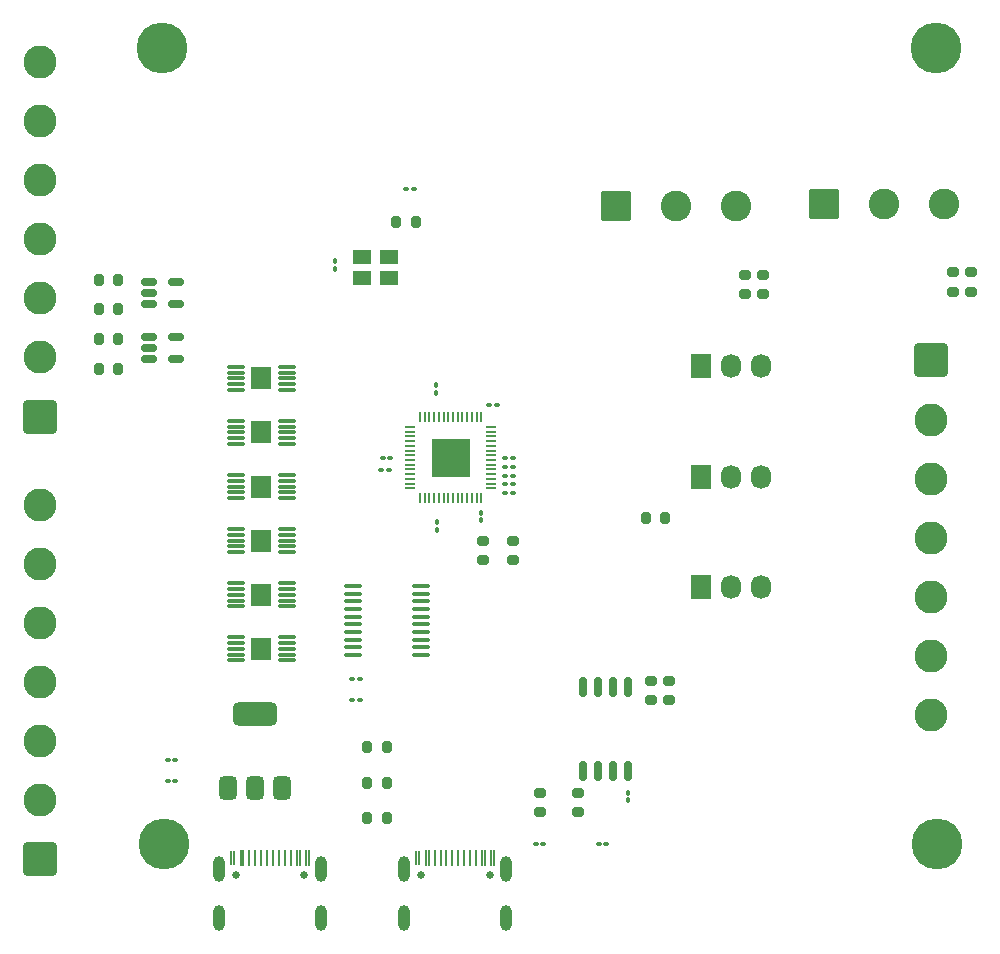
<source format=gbr>
%TF.GenerationSoftware,KiCad,Pcbnew,9.0.5*%
%TF.CreationDate,2025-12-07T11:51:17+11:00*%
%TF.ProjectId,inputSwitchboard,696e7075-7453-4776-9974-6368626f6172,rev?*%
%TF.SameCoordinates,Original*%
%TF.FileFunction,Soldermask,Top*%
%TF.FilePolarity,Negative*%
%FSLAX46Y46*%
G04 Gerber Fmt 4.6, Leading zero omitted, Abs format (unit mm)*
G04 Created by KiCad (PCBNEW 9.0.5) date 2025-12-07 11:51:17*
%MOMM*%
%LPD*%
G01*
G04 APERTURE LIST*
G04 Aperture macros list*
%AMRoundRect*
0 Rectangle with rounded corners*
0 $1 Rounding radius*
0 $2 $3 $4 $5 $6 $7 $8 $9 X,Y pos of 4 corners*
0 Add a 4 corners polygon primitive as box body*
4,1,4,$2,$3,$4,$5,$6,$7,$8,$9,$2,$3,0*
0 Add four circle primitives for the rounded corners*
1,1,$1+$1,$2,$3*
1,1,$1+$1,$4,$5*
1,1,$1+$1,$6,$7*
1,1,$1+$1,$8,$9*
0 Add four rect primitives between the rounded corners*
20,1,$1+$1,$2,$3,$4,$5,0*
20,1,$1+$1,$4,$5,$6,$7,0*
20,1,$1+$1,$6,$7,$8,$9,0*
20,1,$1+$1,$8,$9,$2,$3,0*%
G04 Aperture macros list end*
%ADD10C,4.300000*%
%ADD11RoundRect,0.100000X-0.130000X-0.100000X0.130000X-0.100000X0.130000X0.100000X-0.130000X0.100000X0*%
%ADD12RoundRect,0.100000X-0.100000X0.130000X-0.100000X-0.130000X0.100000X-0.130000X0.100000X0.130000X0*%
%ADD13RoundRect,0.100000X0.100000X-0.130000X0.100000X0.130000X-0.100000X0.130000X-0.100000X-0.130000X0*%
%ADD14RoundRect,0.102000X0.650000X-0.525000X0.650000X0.525000X-0.650000X0.525000X-0.650000X-0.525000X0*%
%ADD15C,0.670000*%
%ADD16R,0.290000X1.300000*%
%ADD17R,0.290000X1.350000*%
%ADD18R,0.220000X1.350000*%
%ADD19R,0.250000X1.350000*%
%ADD20R,0.250000X1.300000*%
%ADD21RoundRect,0.500000X-0.000010X-0.600000X0.000010X-0.600000X0.000010X0.600000X-0.000010X0.600000X0*%
%ADD22RoundRect,0.200000X-0.275000X0.200000X-0.275000X-0.200000X0.275000X-0.200000X0.275000X0.200000X0*%
%ADD23RoundRect,0.100000X0.637500X0.100000X-0.637500X0.100000X-0.637500X-0.100000X0.637500X-0.100000X0*%
%ADD24R,1.730000X2.030000*%
%ADD25O,1.730000X2.030000*%
%ADD26RoundRect,0.250001X1.149999X-1.149999X1.149999X1.149999X-1.149999X1.149999X-1.149999X-1.149999X0*%
%ADD27C,2.800000*%
%ADD28RoundRect,0.200000X0.275000X-0.200000X0.275000X0.200000X-0.275000X0.200000X-0.275000X-0.200000X0*%
%ADD29RoundRect,0.250001X-1.149999X1.149999X-1.149999X-1.149999X1.149999X-1.149999X1.149999X1.149999X0*%
%ADD30RoundRect,0.200000X-0.200000X-0.275000X0.200000X-0.275000X0.200000X0.275000X-0.200000X0.275000X0*%
%ADD31RoundRect,0.075000X0.650000X0.075000X-0.650000X0.075000X-0.650000X-0.075000X0.650000X-0.075000X0*%
%ADD32R,1.680000X1.880000*%
%ADD33RoundRect,0.250000X-1.050000X-1.050000X1.050000X-1.050000X1.050000X1.050000X-1.050000X1.050000X0*%
%ADD34C,2.600000*%
%ADD35RoundRect,0.150000X-0.512500X-0.150000X0.512500X-0.150000X0.512500X0.150000X-0.512500X0.150000X0*%
%ADD36RoundRect,0.162500X-0.162500X0.650000X-0.162500X-0.650000X0.162500X-0.650000X0.162500X0.650000X0*%
%ADD37RoundRect,0.200000X0.200000X0.275000X-0.200000X0.275000X-0.200000X-0.275000X0.200000X-0.275000X0*%
%ADD38RoundRect,0.050000X-0.050000X0.387500X-0.050000X-0.387500X0.050000X-0.387500X0.050000X0.387500X0*%
%ADD39RoundRect,0.050000X-0.387500X0.050000X-0.387500X-0.050000X0.387500X-0.050000X0.387500X0.050000X0*%
%ADD40R,3.200000X3.200000*%
%ADD41RoundRect,0.375000X0.375000X-0.625000X0.375000X0.625000X-0.375000X0.625000X-0.375000X-0.625000X0*%
%ADD42RoundRect,0.500000X1.400000X-0.500000X1.400000X0.500000X-1.400000X0.500000X-1.400000X-0.500000X0*%
%ADD43RoundRect,0.100000X0.130000X0.100000X-0.130000X0.100000X-0.130000X-0.100000X0.130000X-0.100000X0*%
G04 APERTURE END LIST*
D10*
%TO.C,*%
X140318448Y-39301712D03*
%TD*%
%TO.C,*%
X74818448Y-39301712D03*
%TD*%
D11*
%TO.C,C5*%
X103865000Y-76240000D03*
X104505000Y-76240000D03*
%TD*%
%TO.C,C11*%
X104500000Y-76980000D03*
X103860000Y-76980000D03*
%TD*%
%TO.C,C15*%
X104510000Y-74000000D03*
X103870000Y-74000000D03*
%TD*%
D12*
%TO.C,C16*%
X114270000Y-102335000D03*
X114270000Y-102975000D03*
%TD*%
D13*
%TO.C,C17*%
X89410000Y-57370000D03*
X89410000Y-58010000D03*
%TD*%
D11*
%TO.C,C13*%
X104505000Y-75500000D03*
X103865000Y-75500000D03*
%TD*%
%TO.C,C12*%
X104510000Y-74750000D03*
X103870000Y-74750000D03*
%TD*%
D14*
%TO.C,Y1*%
X91740000Y-57000000D03*
X94040000Y-57000000D03*
X94040000Y-58750000D03*
X91740000Y-58750000D03*
%TD*%
D15*
%TO.C,J1*%
X96730000Y-109325000D03*
X102530000Y-109325000D03*
D16*
X96330000Y-107875000D03*
D17*
X97130000Y-107875000D03*
D18*
X98380000Y-107875000D03*
X99380000Y-107875000D03*
X99880000Y-107875000D03*
X100880000Y-107875000D03*
D17*
X102130000Y-107875000D03*
X102930000Y-107875000D03*
D19*
X102680000Y-107875000D03*
X101880000Y-107875000D03*
D18*
X101380000Y-107875000D03*
X100380000Y-107875000D03*
X98880000Y-107875000D03*
X97880000Y-107875000D03*
D19*
X97380000Y-107875000D03*
D20*
X96580000Y-107875000D03*
D21*
X95310000Y-108795000D03*
X95310000Y-112975000D03*
X103950000Y-108795000D03*
X103950000Y-112975000D03*
%TD*%
D22*
%TO.C,R6*%
X141775000Y-58300000D03*
X141775000Y-59950000D03*
%TD*%
D23*
%TO.C,U9*%
X96725000Y-90700000D03*
X96725000Y-90050000D03*
X96725000Y-89400000D03*
X96725000Y-88750000D03*
X96725000Y-88100000D03*
X96725000Y-87450000D03*
X96725000Y-86800000D03*
X96725000Y-86150000D03*
X96725000Y-85500000D03*
X96725000Y-84850000D03*
X91000000Y-84850000D03*
X91000000Y-85500000D03*
X91000000Y-86150000D03*
X91000000Y-86800000D03*
X91000000Y-87450000D03*
X91000000Y-88100000D03*
X91000000Y-88750000D03*
X91000000Y-89400000D03*
X91000000Y-90050000D03*
X91000000Y-90700000D03*
%TD*%
D15*
%TO.C,J2*%
X81045000Y-109330000D03*
X86845000Y-109330000D03*
D16*
X80645000Y-107880000D03*
D17*
X81445000Y-107880000D03*
D18*
X82695000Y-107880000D03*
X83695000Y-107880000D03*
X84195000Y-107880000D03*
X85195000Y-107880000D03*
D17*
X86445000Y-107880000D03*
X87245000Y-107880000D03*
D19*
X86995000Y-107880000D03*
X86195000Y-107880000D03*
D18*
X85695000Y-107880000D03*
X84695000Y-107880000D03*
X83195000Y-107880000D03*
X82195000Y-107880000D03*
D19*
X81695000Y-107880000D03*
D20*
X80895000Y-107880000D03*
D21*
X79625000Y-108800000D03*
X79625000Y-112980000D03*
X88265000Y-108800000D03*
X88265000Y-112980000D03*
%TD*%
D11*
%TO.C,C6*%
X102525000Y-69500000D03*
X103165000Y-69500000D03*
%TD*%
%TO.C,C18*%
X95480000Y-51250000D03*
X96120000Y-51250000D03*
%TD*%
%TO.C,C2*%
X75285000Y-101340000D03*
X75925000Y-101340000D03*
%TD*%
D24*
%TO.C,J12*%
X120424839Y-84970805D03*
D25*
X122964839Y-84970805D03*
X125504839Y-84970805D03*
%TD*%
D26*
%TO.C,J6*%
X64500000Y-70500000D03*
D27*
X64500000Y-65500000D03*
X64500000Y-60500000D03*
X64500000Y-55500000D03*
X64500000Y-50500000D03*
X64500000Y-45500000D03*
X64500000Y-40500000D03*
%TD*%
D24*
%TO.C,J11*%
X120414839Y-75620824D03*
D25*
X122954839Y-75620824D03*
X125494839Y-75620824D03*
%TD*%
D12*
%TO.C,C10*%
X101839246Y-78635935D03*
X101839246Y-79275935D03*
%TD*%
D28*
%TO.C,R11*%
X104500000Y-82650000D03*
X104500000Y-81000000D03*
%TD*%
D29*
%TO.C,J7*%
X139872500Y-65750000D03*
D27*
X139872500Y-70750000D03*
X139872500Y-75750000D03*
X139872500Y-80750000D03*
X139872500Y-85750000D03*
X139872500Y-90750000D03*
X139872500Y-95750000D03*
%TD*%
D30*
%TO.C,R17*%
X69457500Y-61415000D03*
X71107500Y-61415000D03*
%TD*%
D11*
%TO.C,D2*%
X106435000Y-106680000D03*
X107075000Y-106680000D03*
%TD*%
D30*
%TO.C,R19*%
X69457500Y-66435000D03*
X71107500Y-66435000D03*
%TD*%
D22*
%TO.C,R7*%
X125725000Y-58475000D03*
X125725000Y-60125000D03*
%TD*%
D31*
%TO.C,U4*%
X85350000Y-86575000D03*
X85350000Y-86075000D03*
X85350000Y-85575000D03*
X85350000Y-85075000D03*
X85350000Y-84575000D03*
X81050000Y-84575000D03*
X81050000Y-85075000D03*
X81050000Y-85575000D03*
X81050000Y-86075000D03*
X81050000Y-86575000D03*
D32*
X83200000Y-85575000D03*
%TD*%
D28*
%TO.C,R9*%
X106790000Y-104000000D03*
X106790000Y-102350000D03*
%TD*%
%TO.C,R12*%
X117700000Y-94525000D03*
X117700000Y-92875000D03*
%TD*%
D10*
%TO.C,H1*%
X74930000Y-106680000D03*
%TD*%
D30*
%TO.C,R3*%
X92171070Y-98491977D03*
X93821070Y-98491977D03*
%TD*%
D33*
%TO.C,J3*%
X113255000Y-52672500D03*
D34*
X118335000Y-52672500D03*
X123415000Y-52672500D03*
%TD*%
D22*
%TO.C,R5*%
X143300000Y-58300000D03*
X143300000Y-59950000D03*
%TD*%
D30*
%TO.C,R1*%
X92175000Y-104500000D03*
X93825000Y-104500000D03*
%TD*%
D31*
%TO.C,U8*%
X85350000Y-68275000D03*
X85350000Y-67775000D03*
X85350000Y-67275000D03*
X85350000Y-66775000D03*
X85350000Y-66275000D03*
X81050000Y-66275000D03*
X81050000Y-66775000D03*
X81050000Y-67275000D03*
X81050000Y-67775000D03*
X81050000Y-68275000D03*
D32*
X83200000Y-67275000D03*
%TD*%
D35*
%TO.C,U12*%
X73725000Y-63725000D03*
X73725000Y-64675000D03*
X73725000Y-65625000D03*
X76000000Y-65625000D03*
X76000000Y-63725000D03*
%TD*%
D31*
%TO.C,U3*%
X85350000Y-91150000D03*
X85350000Y-90650000D03*
X85350000Y-90150000D03*
X85350000Y-89650000D03*
X85350000Y-89150000D03*
X81050000Y-89150000D03*
X81050000Y-89650000D03*
X81050000Y-90150000D03*
X81050000Y-90650000D03*
X81050000Y-91150000D03*
D32*
X83200000Y-90150000D03*
%TD*%
D22*
%TO.C,R8*%
X124200000Y-58475000D03*
X124200000Y-60125000D03*
%TD*%
D31*
%TO.C,U7*%
X85350000Y-72850000D03*
X85350000Y-72350000D03*
X85350000Y-71850000D03*
X85350000Y-71350000D03*
X85350000Y-70850000D03*
X81050000Y-70850000D03*
X81050000Y-71350000D03*
X81050000Y-71850000D03*
X81050000Y-72350000D03*
X81050000Y-72850000D03*
D32*
X83200000Y-71850000D03*
%TD*%
D36*
%TO.C,U10*%
X114277500Y-93362500D03*
X113007500Y-93362500D03*
X111737500Y-93362500D03*
X110467500Y-93362500D03*
X110467500Y-100537500D03*
X111737500Y-100537500D03*
X113007500Y-100537500D03*
X114277500Y-100537500D03*
%TD*%
D31*
%TO.C,U5*%
X85350000Y-82000000D03*
X85350000Y-81500000D03*
X85350000Y-81000000D03*
X85350000Y-80500000D03*
X85350000Y-80000000D03*
X81050000Y-80000000D03*
X81050000Y-80500000D03*
X81050000Y-81000000D03*
X81050000Y-81500000D03*
X81050000Y-82000000D03*
D32*
X83200000Y-81000000D03*
%TD*%
D37*
%TO.C,R15*%
X117400000Y-79075000D03*
X115750000Y-79075000D03*
%TD*%
D28*
%TO.C,R10*%
X102000000Y-82650000D03*
X102000000Y-81000000D03*
%TD*%
D38*
%TO.C,U2*%
X101835000Y-70537500D03*
X101435000Y-70537500D03*
X101035000Y-70537500D03*
X100635000Y-70537500D03*
X100235000Y-70537500D03*
X99835000Y-70537500D03*
X99435000Y-70537500D03*
X99035000Y-70537500D03*
X98635000Y-70537500D03*
X98235000Y-70537500D03*
X97835000Y-70537500D03*
X97435000Y-70537500D03*
X97035000Y-70537500D03*
X96635000Y-70537500D03*
D39*
X95797500Y-71375000D03*
X95797500Y-71775000D03*
X95797500Y-72175000D03*
X95797500Y-72575000D03*
X95797500Y-72975000D03*
X95797500Y-73375000D03*
X95797500Y-73775000D03*
X95797500Y-74175000D03*
X95797500Y-74575000D03*
X95797500Y-74975000D03*
X95797500Y-75375000D03*
X95797500Y-75775000D03*
X95797500Y-76175000D03*
X95797500Y-76575000D03*
D38*
X96635000Y-77412500D03*
X97035000Y-77412500D03*
X97435000Y-77412500D03*
X97835000Y-77412500D03*
X98235000Y-77412500D03*
X98635000Y-77412500D03*
X99035000Y-77412500D03*
X99435000Y-77412500D03*
X99835000Y-77412500D03*
X100235000Y-77412500D03*
X100635000Y-77412500D03*
X101035000Y-77412500D03*
X101435000Y-77412500D03*
X101835000Y-77412500D03*
D39*
X102672500Y-76575000D03*
X102672500Y-76175000D03*
X102672500Y-75775000D03*
X102672500Y-75375000D03*
X102672500Y-74975000D03*
X102672500Y-74575000D03*
X102672500Y-74175000D03*
X102672500Y-73775000D03*
X102672500Y-73375000D03*
X102672500Y-72975000D03*
X102672500Y-72575000D03*
X102672500Y-72175000D03*
X102672500Y-71775000D03*
X102672500Y-71375000D03*
D40*
X99235000Y-73975000D03*
%TD*%
D10*
%TO.C,H2*%
X140430000Y-106680000D03*
%TD*%
D30*
%TO.C,R18*%
X69457500Y-63925000D03*
X71107500Y-63925000D03*
%TD*%
D11*
%TO.C,D1*%
X111760000Y-106680000D03*
X112400000Y-106680000D03*
%TD*%
D28*
%TO.C,R4*%
X110060000Y-104000000D03*
X110060000Y-102350000D03*
%TD*%
D22*
%TO.C,R13*%
X116175000Y-92875000D03*
X116175000Y-94525000D03*
%TD*%
D11*
%TO.C,C1*%
X75285000Y-99590000D03*
X75925000Y-99590000D03*
%TD*%
%TO.C,C4*%
X90915000Y-94490000D03*
X91555000Y-94490000D03*
%TD*%
D30*
%TO.C,R2*%
X92175000Y-101500000D03*
X93825000Y-101500000D03*
%TD*%
D12*
%TO.C,C8*%
X98040000Y-79455000D03*
X98040000Y-80095000D03*
%TD*%
D35*
%TO.C,U11*%
X73725000Y-59100000D03*
X73725000Y-60050000D03*
X73725000Y-61000000D03*
X76000000Y-61000000D03*
X76000000Y-59100000D03*
%TD*%
D26*
%TO.C,J5*%
X64500000Y-108000000D03*
D27*
X64500000Y-103000000D03*
X64500000Y-98000000D03*
X64500000Y-93000000D03*
X64500000Y-88000000D03*
X64500000Y-83000000D03*
X64500000Y-78000000D03*
%TD*%
D30*
%TO.C,R14*%
X94630000Y-54060000D03*
X96280000Y-54060000D03*
%TD*%
D41*
%TO.C,U1*%
X80350000Y-101950000D03*
X82650000Y-101950000D03*
D42*
X82650000Y-95650000D03*
D41*
X84950000Y-101950000D03*
%TD*%
D43*
%TO.C,C14*%
X94000000Y-75000000D03*
X93360000Y-75000000D03*
%TD*%
D30*
%TO.C,R16*%
X69457500Y-58905000D03*
X71107500Y-58905000D03*
%TD*%
D33*
%TO.C,J4*%
X130840000Y-52500000D03*
D34*
X135920000Y-52500000D03*
X141000000Y-52500000D03*
%TD*%
D31*
%TO.C,U6*%
X85350000Y-77425000D03*
X85350000Y-76925000D03*
X85350000Y-76425000D03*
X85350000Y-75925000D03*
X85350000Y-75425000D03*
X81050000Y-75425000D03*
X81050000Y-75925000D03*
X81050000Y-76425000D03*
X81050000Y-76925000D03*
X81050000Y-77425000D03*
D32*
X83200000Y-76425000D03*
%TD*%
D43*
%TO.C,C9*%
X94140000Y-74000000D03*
X93500000Y-74000000D03*
%TD*%
D13*
%TO.C,C7*%
X98000000Y-68475000D03*
X98000000Y-67835000D03*
%TD*%
D11*
%TO.C,C3*%
X90915000Y-92740000D03*
X91555000Y-92740000D03*
%TD*%
D24*
%TO.C,J10*%
X120450000Y-66225000D03*
D25*
X122990000Y-66225000D03*
X125530000Y-66225000D03*
%TD*%
M02*

</source>
